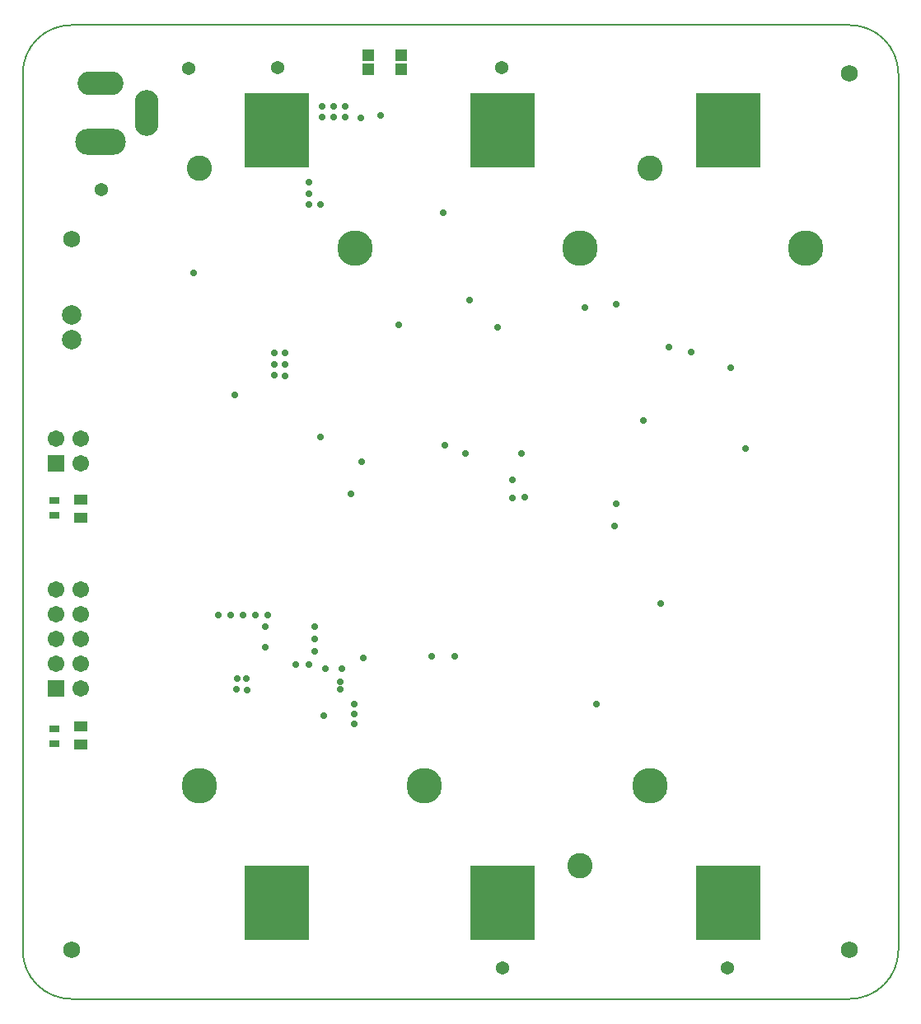
<source format=gbs>
G04*
G04 #@! TF.GenerationSoftware,Altium Limited,Altium Designer,21.1.1 (26)*
G04*
G04 Layer_Color=16711935*
%FSLAX25Y25*%
%MOIN*%
G70*
G04*
G04 #@! TF.SameCoordinates,FA9CCD81-432D-44E0-922B-AB4CBE4C0170*
G04*
G04*
G04 #@! TF.FilePolarity,Negative*
G04*
G01*
G75*
%ADD15C,0.00591*%
%ADD36R,0.05709X0.04134*%
%ADD42R,0.03937X0.02953*%
%ADD49C,0.05394*%
%ADD53C,0.14383*%
%ADD54C,0.10209*%
%ADD55C,0.06706*%
%ADD56R,0.06706X0.06706*%
%ADD57C,0.07887*%
%ADD58O,0.18517X0.09658*%
%ADD59O,0.20485X0.10642*%
%ADD60O,0.09658X0.18517*%
%ADD61C,0.06800*%
%ADD62C,0.02756*%
%ADD90R,0.26272X0.30170*%
%ADD91R,0.04921X0.04528*%
D15*
X354331Y374016D02*
G03*
X334646Y393701I-19685J0D01*
G01*
Y0D02*
G03*
X354331Y19685I0J19685D01*
G01*
X19685Y393701D02*
G03*
X0Y374016I0J-19685D01*
G01*
X0Y19685D02*
G03*
X19685Y0I19685J0D01*
G01*
X354331Y19685D02*
Y374016D01*
X19685Y0D02*
X334646D01*
X0Y19685D02*
Y374016D01*
X19685Y393701D02*
X334646D01*
D36*
X23425Y201772D02*
D03*
Y194488D02*
D03*
Y110039D02*
D03*
Y102756D02*
D03*
D42*
X12697Y201476D02*
D03*
Y195571D02*
D03*
Y103150D02*
D03*
Y109055D02*
D03*
D49*
X31693Y327165D02*
D03*
X285236Y12500D02*
D03*
X193898Y376378D02*
D03*
X194193Y12402D02*
D03*
X67323Y376083D02*
D03*
X103150Y376378D02*
D03*
D53*
X162648Y86221D02*
D03*
X225640Y303543D02*
D03*
X134350D02*
D03*
X71358Y86221D02*
D03*
X316929Y303543D02*
D03*
X253937Y86221D02*
D03*
D54*
X225640Y53858D02*
D03*
X71358Y335906D02*
D03*
X253937D02*
D03*
D55*
X23622Y135669D02*
D03*
X23622Y145669D02*
D03*
Y125669D02*
D03*
Y155669D02*
D03*
X23622Y165669D02*
D03*
X13622Y145669D02*
D03*
Y155669D02*
D03*
Y135669D02*
D03*
Y165669D02*
D03*
X23622Y226535D02*
D03*
X13622D02*
D03*
X23622Y216535D02*
D03*
D56*
X13622Y125669D02*
D03*
X13622Y216535D02*
D03*
D57*
X19685Y276654D02*
D03*
Y266653D02*
D03*
D58*
X31496Y370079D02*
D03*
D59*
Y346457D02*
D03*
D60*
X50000Y358268D02*
D03*
D61*
X334646Y374016D02*
D03*
Y19685D02*
D03*
X19685Y307087D02*
D03*
Y19685D02*
D03*
D62*
X258071Y159941D02*
D03*
X128463Y125068D02*
D03*
Y128119D02*
D03*
X239469Y191043D02*
D03*
X240059Y200098D02*
D03*
X203248Y202756D02*
D03*
X198228Y202559D02*
D03*
X201969Y220571D02*
D03*
X198228Y209941D02*
D03*
X179134Y220571D02*
D03*
X165354Y138583D02*
D03*
X90453Y129528D02*
D03*
X90748Y125000D02*
D03*
X86614Y125098D02*
D03*
X86811Y129626D02*
D03*
X174705Y138476D02*
D03*
X137304Y217225D02*
D03*
X132776Y204233D02*
D03*
X120473Y321261D02*
D03*
X115847D02*
D03*
X115862Y325642D02*
D03*
X115847Y330217D02*
D03*
X227461Y279627D02*
D03*
X270473Y261418D02*
D03*
X192127Y271654D02*
D03*
X240060Y280906D02*
D03*
X232087Y119193D02*
D03*
X292618Y222441D02*
D03*
X286417Y255217D02*
D03*
X85827Y244094D02*
D03*
X69291Y293504D02*
D03*
X251181Y233800D02*
D03*
X261614Y263484D02*
D03*
X152067Y272441D02*
D03*
X180905Y282579D02*
D03*
X170722Y223816D02*
D03*
X120571Y227264D02*
D03*
X170079Y317717D02*
D03*
X144685Y357185D02*
D03*
X121260Y356398D02*
D03*
Y360827D02*
D03*
X125689Y356398D02*
D03*
X130413D02*
D03*
Y360827D02*
D03*
X125689D02*
D03*
X136811Y356299D02*
D03*
X106299Y251969D02*
D03*
X101673Y252067D02*
D03*
Y256594D02*
D03*
X106201Y256496D02*
D03*
Y261122D02*
D03*
X101772Y261221D02*
D03*
X98130Y142224D02*
D03*
Y150492D02*
D03*
X99114Y155315D02*
D03*
X94144D02*
D03*
X89173D02*
D03*
X84203D02*
D03*
X79232D02*
D03*
X137992Y137894D02*
D03*
X134206Y111319D02*
D03*
X134153Y115059D02*
D03*
Y119291D02*
D03*
X121752Y114469D02*
D03*
X129134Y133465D02*
D03*
X122343D02*
D03*
X115748Y135335D02*
D03*
X110531D02*
D03*
X118110Y140650D02*
D03*
Y145571D02*
D03*
Y150492D02*
D03*
D90*
X194144Y38701D02*
D03*
Y351063D02*
D03*
X102854D02*
D03*
Y38701D02*
D03*
X285433Y351063D02*
D03*
Y38701D02*
D03*
D91*
X153051Y381496D02*
D03*
X153051Y375787D02*
D03*
X139862Y381496D02*
D03*
X139862Y375787D02*
D03*
M02*

</source>
